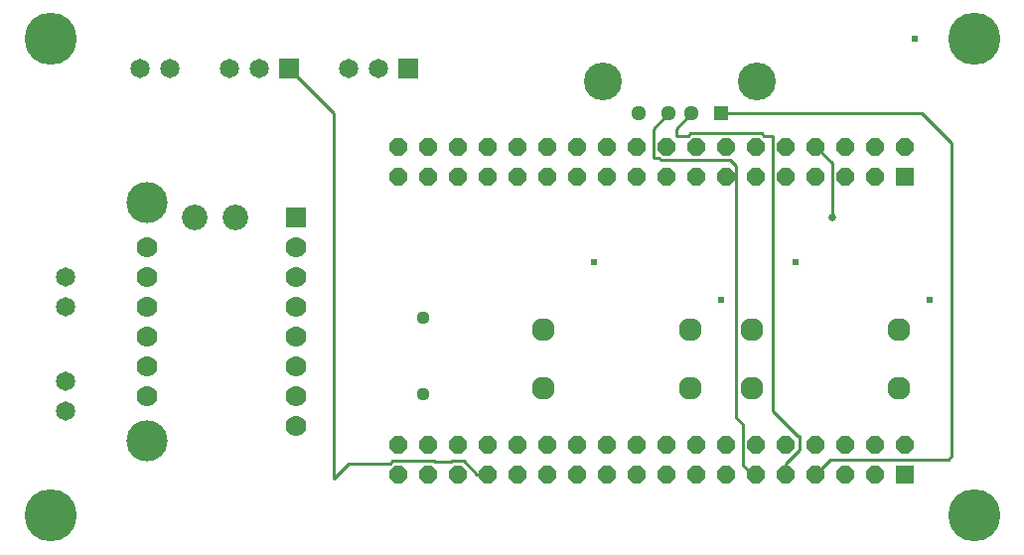
<source format=gbr>
G04 EAGLE Gerber RS-274X export*
G75*
%MOMM*%
%FSLAX34Y34*%
%LPD*%
%INBottom Copper*%
%IPPOS*%
%AMOC8*
5,1,8,0,0,1.08239X$1,22.5*%
G01*
%ADD10C,1.651000*%
%ADD11C,1.960000*%
%ADD12R,1.651000X1.651000*%
%ADD13C,1.120000*%
%ADD14R,1.288000X1.288000*%
%ADD15C,1.288000*%
%ADD16C,3.220000*%
%ADD17R,1.778000X1.778000*%
%ADD18C,1.778000*%
%ADD19C,2.184400*%
%ADD20C,3.500000*%
%ADD21R,1.524000X1.524000*%
%ADD22P,1.649562X8X202.500000*%
%ADD23C,4.445000*%
%ADD24C,0.609600*%
%ADD25C,0.254000*%
%ADD26C,0.654800*%


D10*
X190500Y165100D03*
X190500Y139700D03*
X190500Y254000D03*
X190500Y228600D03*
D11*
X900700Y209150D03*
X900700Y159150D03*
X775700Y159150D03*
X775700Y209150D03*
X722900Y209150D03*
X722900Y159150D03*
X597900Y159150D03*
X597900Y209150D03*
D12*
X482600Y431800D03*
D10*
X457200Y431800D03*
X431800Y431800D03*
D13*
X495300Y219825D03*
X495300Y154825D03*
D14*
X749300Y393700D03*
D15*
X724300Y393700D03*
X704300Y393700D03*
X679300Y393700D03*
D16*
X780000Y420800D03*
X648600Y420800D03*
D17*
X387350Y304800D03*
D18*
X387350Y279400D03*
X387350Y254000D03*
X387350Y228600D03*
X387350Y203200D03*
X387350Y177800D03*
X387350Y152400D03*
X387350Y127000D03*
D19*
X300770Y304800D03*
X335770Y304800D03*
D18*
X260350Y254000D03*
X260350Y279400D03*
X260350Y203200D03*
X260350Y228600D03*
X260350Y152400D03*
X260350Y177800D03*
D20*
X260350Y114300D03*
X260350Y317500D03*
D12*
X381000Y431800D03*
D10*
X355600Y431800D03*
X330200Y431800D03*
X279400Y431800D03*
X254000Y431800D03*
D21*
X906100Y86100D03*
D22*
X906100Y111500D03*
X880700Y86100D03*
X880700Y111500D03*
X855300Y86100D03*
X855300Y111500D03*
X829900Y86100D03*
X829900Y111500D03*
X804500Y86100D03*
X804500Y111500D03*
X779100Y86100D03*
X779100Y111500D03*
X753700Y86100D03*
X753700Y111500D03*
X728300Y86100D03*
X728300Y111500D03*
X702900Y86100D03*
X702900Y111500D03*
X677500Y86100D03*
X677500Y111500D03*
X652100Y86100D03*
X652100Y111500D03*
X626700Y86100D03*
X626700Y111500D03*
X601300Y86100D03*
X601300Y111500D03*
X575900Y86100D03*
X575900Y111500D03*
X550500Y86100D03*
X550500Y111500D03*
X525100Y86100D03*
X525100Y111500D03*
X499700Y86100D03*
X499700Y111500D03*
X474300Y86100D03*
X474300Y111500D03*
D21*
X906100Y340100D03*
D22*
X906100Y365500D03*
X880700Y340100D03*
X880700Y365500D03*
X855300Y340100D03*
X855300Y365500D03*
X829900Y340100D03*
X829900Y365500D03*
X804500Y340100D03*
X804500Y365500D03*
X779100Y340100D03*
X779100Y365500D03*
X753700Y340100D03*
X753700Y365500D03*
X728300Y340100D03*
X728300Y365500D03*
X702900Y340100D03*
X702900Y365500D03*
X677500Y340100D03*
X677500Y365500D03*
X652100Y340100D03*
X652100Y365500D03*
X626700Y340100D03*
X626700Y365500D03*
X601300Y340100D03*
X601300Y365500D03*
X575900Y340100D03*
X575900Y365500D03*
X550500Y340100D03*
X550500Y365500D03*
X525100Y340100D03*
X525100Y365500D03*
X499700Y340100D03*
X499700Y365500D03*
X474300Y340100D03*
X474300Y365500D03*
D23*
X965200Y457200D03*
X177800Y457200D03*
X965200Y50800D03*
X177800Y50800D03*
D24*
X641350Y266700D03*
X812800Y266700D03*
X914400Y457200D03*
X749300Y234950D03*
X927100Y234950D03*
D25*
X842600Y98800D02*
X829900Y86100D01*
X943350Y98800D02*
X946150Y101600D01*
X946150Y368300D01*
X920750Y393700D01*
X749300Y393700D01*
X842600Y98800D02*
X943350Y98800D01*
X774366Y87370D02*
X767670Y94066D01*
X779100Y86100D02*
X780370Y87370D01*
X774366Y87370D01*
X767670Y128883D02*
X762090Y134463D01*
X762090Y349160D01*
X698166Y354070D02*
X696636Y355600D01*
X692150Y355600D01*
X698166Y354070D02*
X757180Y354070D01*
X692150Y355600D02*
X691470Y356280D01*
X691470Y380870D01*
X767670Y128883D02*
X767670Y94066D01*
X762090Y349160D02*
X757180Y354070D01*
X704300Y393700D02*
X691470Y380870D01*
X804500Y95336D02*
X804500Y86100D01*
X804500Y95336D02*
X815930Y106766D01*
X815930Y119118D01*
X711200Y374650D02*
X711200Y380600D01*
X711200Y374650D02*
X721286Y374650D01*
X723566Y376930D01*
X783835Y376930D02*
X786115Y374650D01*
X793750Y374650D01*
X783835Y376930D02*
X723566Y376930D01*
X711200Y380600D02*
X724300Y393700D01*
X793750Y374650D02*
X793750Y370915D01*
X793070Y370235D01*
X793070Y335366D02*
X793750Y334686D01*
X793750Y139700D01*
X793070Y335366D02*
X793070Y370235D01*
X793750Y139700D02*
X814333Y119118D01*
X815930Y119118D01*
X843870Y351530D02*
X829900Y365500D01*
X843870Y351530D02*
X843870Y336550D01*
X843870Y335366D01*
X844550Y334686D01*
X844550Y304800D01*
D26*
X844550Y304800D03*
D25*
X419100Y393700D02*
X381000Y431800D01*
X419100Y393700D02*
X419100Y82550D01*
X520366Y97530D02*
X529835Y97530D01*
X520366Y97530D02*
X519393Y96557D01*
X541265Y86100D02*
X550500Y86100D01*
X541265Y86100D02*
X529835Y97530D01*
X469566Y97530D02*
X467286Y95250D01*
X505407Y96557D02*
X519393Y96557D01*
X505407Y96557D02*
X504435Y97530D01*
X469566Y97530D01*
X431800Y95250D02*
X419100Y82550D01*
X431800Y95250D02*
X467286Y95250D01*
M02*

</source>
